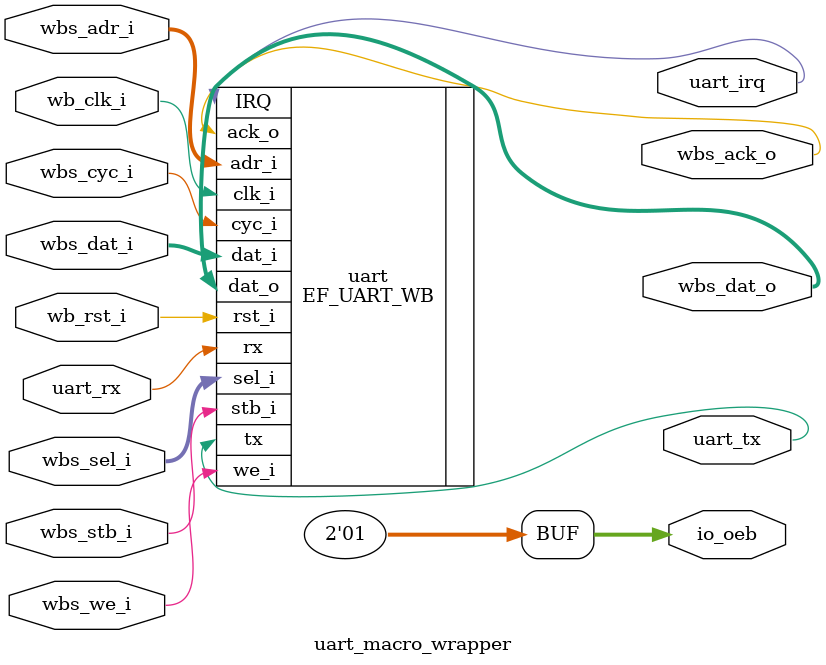
<source format=v>
module uart_macro_wrapper (
`ifdef USE_POWER_PINS
    inout vccd1,    // User area 1 1.8V supply
    inout vssd1,    // User area 1 digital ground
`endif

    // Wishbone Slave ports
    input wb_clk_i,
    input wb_rst_i,
    input wbs_stb_i,
    input wbs_cyc_i,
    input wbs_we_i,
    input [3:0] wbs_sel_i,
    input [31:0] wbs_dat_i,
    input [31:0] wbs_adr_i,
    output wbs_ack_o,
    output [31:0] wbs_dat_o,

    // UART pins
    input uart_rx,
    output uart_tx,
    output [1:0] io_oeb,
    
    // IRQ
    output uart_irq
);

    // Instantiate EF_UART with Wishbone interface
    EF_UART_WB uart (
`ifdef USE_POWER_PINS
        .vpwr(vccd1),
        .vgnd(vssd1),
`endif
        .clk_i(wb_clk_i),
        .rst_i(wb_rst_i),
        .adr_i(wbs_adr_i),
        .dat_i(wbs_dat_i),
        .dat_o(wbs_dat_o),
        .sel_i(wbs_sel_i),
        .cyc_i(wbs_cyc_i),
        .stb_i(wbs_stb_i),
        .ack_o(wbs_ack_o),
        .we_i(wbs_we_i),
        .IRQ(uart_irq),
        .rx(uart_rx),
        .tx(uart_tx)
    );

    assign io_oeb[0] = 1'b1;
    assign io_oeb[1] = 1'b0;

endmodule
</source>
